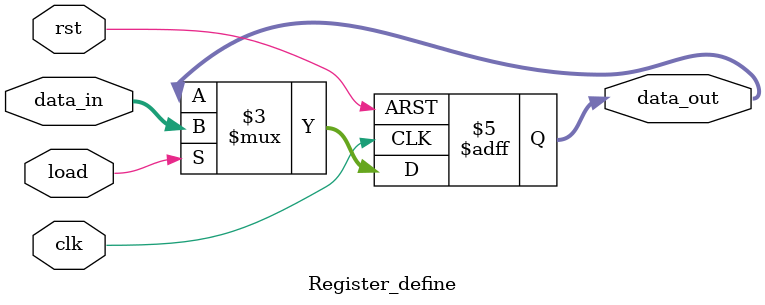
<source format=v>
`timescale 1ns / 1ps
module Register_define(data_out, data_in,
    load, clk, rst);
	 
parameter word_size = 16;
output [word_size-1: 0] data_out;
input [word_size-1: 0] data_in;
input load, clk, rst;

reg [word_size-1: 0]	data_out;

always @ (posedge clk or negedge rst)
   if (rst == 0) data_out <= 0; 
	else if (load) data_out <= data_in;

endmodule

</source>
